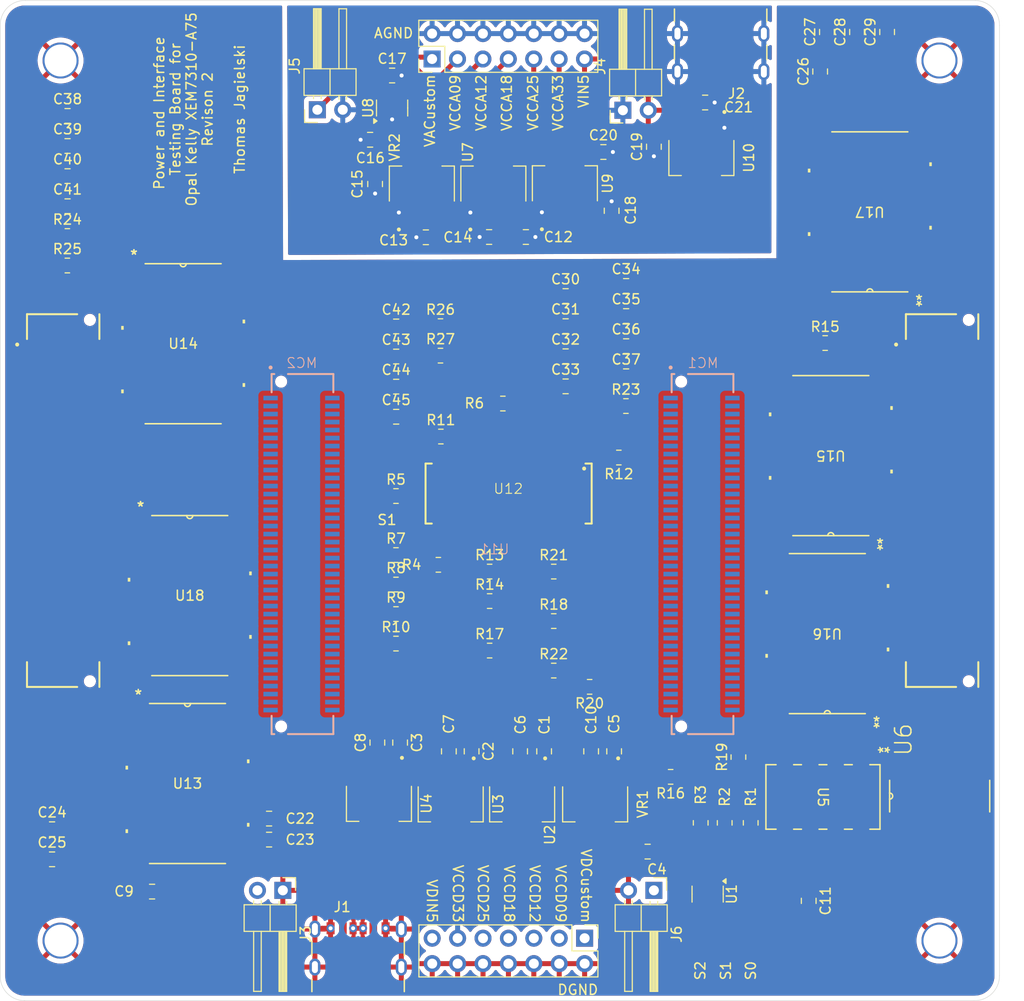
<source format=kicad_pcb>
(kicad_pcb (version 20240108) (generator "pcbnew") (generator_version "8.0")
  (layers (0 "F.Cu" signal) (1 "In1.Cu" signal) (2 "In2.Cu" signal) (3 "In3.Cu" signal) (4 "In4.Cu" signal) (31 "B.Cu" signal) (34 "B.Paste" user) (35 "F.Paste" user) (36 "B.SilkS" user "B.Silkscreen") (37 "F.SilkS" user "F.Silkscreen") (38 "B.Mask" user) (39 "F.Mask" user) (44 "Edge.Cuts" user))
  (net 0 "")
  (net 1 "VCCD18")
  (net 2 "VCCD25")
  (net 3 "VCCD33")
  (net 4 "MC2_72")
  (net 5 "MC1_60")
  (net 6 "V_Level_Shift")
  (net 7 "VCCD09")
  (net 8 "VCCD12")
  (net 9 "FPGA_TDO")
  (net 10 "MC2_20")
  (net 11 "MC2_16")
  (net 12 "MC2_15_PIN")
  (net 13 "FPGA_33VDD")
  (net 14 "MC2_19_PIN")
  (net 15 "MC2_12")
  (net 16 "MC2_10_PIN")
  (net 17 "FPGA_TCK")
  (net 18 "MC2_21_PIN")
  (net 19 "SYS_CLK_MC2")
  (net 20 "MC2_29_PIN")
  (net 21 "SYS_CLK_MC1")
  (net 22 "MC2_31_PIN")
  (net 23 "MC2_17_PIN")
  (net 24 "MC2_24")
  (net 25 "MC2_33_PIN")
  (net 26 "MC2_23_PIN")
  (net 27 "FPGA_TMS")
  (net 28 "MC2_30")
  (net 29 "MC1_45")
  (net 30 "MC2_26")
  (net 31 "MC2_37")
  (net 32 "MC1_49")
  (net 33 "MC2_50")
  (net 34 "MC2_32")
  (net 35 "MC1_50")
  (net 36 "FPGA_TDI")
  (net 37 "MC2_75")
  (net 38 "MC2_70")
  (net 39 "MC2_64")
  (net 40 "MC1_16")
  (net 41 "MC1_24")
  (net 42 "AVIN5")
  (net 43 "MC2_27_PIN")
  (net 44 "MC1_28")
  (net 45 "MC2_37_PIN")
  (net 46 "MC1_42")
  (net 47 "MC2_18")
  (net 48 "VCCBATT")
  (net 49 "MC2_39_PIN")
  (net 50 "VCCA18")
  (net 51 "VCCA12")
  (net 52 "MC2_25_PIN")
  (net 53 "MC2_22")
  (net 54 "MC2_43_PIN")
  (net 55 "MC2_41_PIN")
  (net 56 "MC2_45_PIN")
  (net 57 "MC2_63_PIN")
  (net 58 "MC2_72_PIN")
  (net 59 "MC2_31")
  (net 60 "MC1_25")
  (net 61 "MC1_44")
  (net 62 "MC1_21")
  (net 63 "MC2_54")
  (net 64 "MC2_59")
  (net 65 "MC2_17")
  (net 66 "MC2_67")
  (net 67 "MC1_51")
  (net 68 "MC2_15")
  (net 69 "MC2_39")
  (net 70 "MC2_77")
  (net 71 "MC2_69_PIN")
  (net 72 "MC2_46_PIN")
  (net 73 "/digital_power_converters/S1")
  (net 74 "/digital_power_converters/S0")
  (net 75 "MC2_10")
  (net 76 "/digital_power_converters/S2")
  (net 77 "MC2_57_PIN")
  (net 78 "MC2_54_PIN")
  (net 79 "VCCA09")
  (net 80 "MC2_73_PIN")
  (net 81 "MC2_60_PIN")
  (net 82 "MC2_59_PIN")
  (net 83 "MC2_64_PIN")
  (net 84 "MC2_77_PIN")
  (net 85 "MC2_71_PIN")
  (net 86 "MC2_53_PIN")
  (net 87 "MC2_47_PIN")
  (net 88 "MC1_67")
  (net 89 "MC2_28")
  (net 90 "MC1_22")
  (net 91 "MC2_44")
  (net 92 "MC2_79_PIN")
  (net 93 "MC2_41")
  (net 94 "MC2_66")
  (net 95 "MC1_53")
  (net 96 "MC2_66_PIN")
  (net 97 "MC1_23")
  (net 98 "MC1_72")
  (net 99 "MC1_40")
  (net 100 "MC1_39")
  (net 101 "MC2_76_PIN")
  (net 102 "MC2_65_PIN")
  (net 103 "MC2_68_PIN")
  (net 104 "MC2_70_PIN")
  (net 105 "MC2_45")
  (net 106 "MC2_49")
  (net 107 "MC2_58_PIN")
  (net 108 "MC2_74")
  (net 109 "MC1_48")
  (net 110 "MC2_48_PIN")
  (net 111 "MC1_54")
  (net 112 "MC2_23")
  (net 113 "MC1_64")
  (net 114 "MC2_50_PIN")
  (net 115 "MC2_40")
  (net 116 "MC2_44_PIN")
  (net 117 "MC1_63")
  (net 118 "MC2_51")
  (net 119 "MC2_61_PIN")
  (net 120 "MC1_74")
  (net 121 "MC1_43")
  (net 122 "MC1_30")
  (net 123 "MC2_60")
  (net 124 "MC1_31")
  (net 125 "MC2_74_PIN")
  (net 126 "MC2_52_PIN")
  (net 127 "MC2_25")
  (net 128 "MC2_27")
  (net 129 "MC1_37")
  (net 130 "MC2_33")
  (net 131 "MC2_69")
  (net 132 "MC2_63")
  (net 133 "MC2_62_PIN")
  (net 134 "MC1_20")
  (net 135 "MC2_51_PIN")
  (net 136 "MC1_70")
  (net 137 "MC2_67_PIN")
  (net 138 "MC2_43")
  (net 139 "MC2_34")
  (net 140 "MC1_68")
  (net 141 "MC2_48")
  (net 142 "MC2_38")
  (net 143 "MC1_59")
  (net 144 "MC1_27")
  (net 145 "MC1_61")
  (net 146 "MC2_62")
  (net 147 "MC2_29")
  (net 148 "MC1_57")
  (net 149 "MC2_19")
  (net 150 "MC2_61")
  (net 151 "MC2_68")
  (net 152 "MC1_38")
  (net 153 "MC1_65")
  (net 154 "MC2_49_PIN")
  (net 155 "MC1_33")
  (net 156 "MC2_75_PIN")
  (net 157 "MC1_17")
  (net 158 "MC2_58")
  (net 159 "MC1_21_PIN")
  (net 160 "MC2_47")
  (net 161 "MC1_46")
  (net 162 "MC1_19")
  (net 163 "MC1_32")
  (net 164 "MC1_58")
  (net 165 "MC1_76")
  (net 166 "FPGA_VCDIN")
  (net 167 "MC2_52")
  (net 168 "MC1_66")
  (net 169 "MC1_47")
  (net 170 "MC1_71")
  (net 171 "MC1_22_PIN")
  (net 172 "MC1_17_PIN")
  (net 173 "MC1_34_PIN")
  (net 174 "MC1_30_PIN")
  (net 175 "MC1_16_PIN")
  (net 176 "XADC_VP")
  (net 177 "MC1_27_PIN")
  (net 178 "VCCA25")
  (net 179 "MC1_24_PIN")
  (net 180 "MC1_38_PIN")
  (net 181 "MC1_26_PIN")
  (net 182 "MC1_28_PIN")
  (net 183 "MC1_40_PIN")
  (net 184 "FPGA_10VDD")
  (net 185 "MC1_31_PIN")
  (net 186 "MC1_18_PIN")
  (net 187 "MC1_33_PIN")
  (net 188 "MC1_39_PIN")
  (net 189 "MC1_15_PIN")
  (net 190 "MC1_25_PIN")
  (net 191 "FPGA_18VDD")
  (net 192 "MC1_37_PIN")
  (net 193 "MC1_29_PIN")
  (net 194 "MC1_23_PIN")
  (net 195 "MC2_57")
  (net 196 "MC1_52")
  (net 197 "MC2_71")
  (net 198 "MC2_79")
  (net 199 "MC1_69")
  (net 200 "MC2_76")
  (net 201 "MC2_73")
  (net 202 "MC1_26")
  (net 203 "MC1_15")
  (net 204 "MC2_46")
  (net 205 "MC1_62")
  (net 206 "MC2_65")
  (net 207 "MC1_41")
  (net 208 "MC1_29")
  (net 209 "MC2_42")
  (net 210 "MC2_53")
  (net 211 "MC1_19_PIN")
  (net 212 "XADC_VN")
  (net 213 "MC1_20_PIN")
  (net 214 "MC1_32_PIN")
  (net 215 "MC1_51_PIN")
  (net 216 "MC1_64_PIN")
  (net 217 "MC1_46_PIN")
  (net 218 "VCCA33")
  (net 219 "MC1_18")
  (net 220 "MC1_34")
  (net 221 "MC2_21")
  (net 222 "MC1_49_PIN")
  (net 223 "MC1_48_PIN")
  (net 224 "VCCACUSTOM")
  (net 225 "MC1_76_PIN")
  (net 226 "MC1_53_PIN")
  (net 227 "MC1_45_PIN")
  (net 228 "MC1_62_PIN")
  (net 229 "VDCustom")
  (net 230 "DGND")
  (net 231 "DVIN5")
  (net 232 "MC1_60_PIN")
  (net 233 "MC1_41_PIN")
  (net 234 "MC1_74_PIN")
  (net 235 "MC1_52_PIN")
  (net 236 "MC1_54_PIN")
  (net 237 "MC1_68_PIN")
  (net 238 "MC1_50_PIN")
  (net 239 "MC1_72_PIN")
  (net 240 "MC1_42_PIN")
  (net 241 "MC1_58_PIN")
  (net 242 "MC1_77")
  (net 243 "MC1_47_PIN")
  (net 244 "MC1_79")
  (net 245 "MC1_75")
  (net 246 "MC1_66_PIN")
  (net 247 "MC1_44_PIN")
  (net 248 "MC1_73")
  (net 249 "MC1_43_PIN")
  (net 250 "MC1_70_PIN")
  (net 251 "/level_shifters/LS7_DIR1")
  (net 252 "/level_shifters/LS7_DIR2")
  (net 253 "/level_shifters/LS8_DIR1")
  (net 254 "/level_shifters/LS8_DIR2")
  (net 255 "/level_shifters/LS9_DIR1")
  (net 256 "/level_shifters/LS9_DIR2")
  (net 257 "/level_shifters/LS10_DIR1")
  (net 258 "/level_shifters/LS10_DIR2")
  (net 259 "/level_shifters/LS11_DIR1")
  (net 260 "/level_shifters/LS11_DIR2")
  (net 261 "/level_shifters/LS12_DIR1")
  (net 262 "/level_shifters/LS12_DIR2")
  (net 263 "AGND")
  (net 264 "Net-(U13-*1OE)")
  (net 265 "Net-(U13-*2OE)")
  (net 266 "Net-(U14-*1OE)")
  (net 267 "Net-(U14-*2OE)")
  (net 268 "Net-(U15-*1OE)")
  (net 269 "Net-(U15-*2OE)")
  (net 270 "Net-(U16-*1OE)")
  (net 271 "Net-(U16-*2OE)")
  (net 272 "Net-(U17-*1OE)")
  (net 273 "Net-(U17-*2OE)")
  (net 274 "Net-(U18-*1OE)")
  (net 275 "Net-(U18-*2OE)")
  (footprint "avlsi:DL48" (layer "F.Cu") (at 183.16725 70.9075 180)
    (property "Reference" "U15")
    (property "Value" "SN74LVC16T245DLR")
  )
  (footprint "Capacitor_SMD:C_0805_2012Metric" (layer "F.Cu") (at 164.85 110.5)
    (property "Reference" "C4")
    (property "Value" "1u")
  )
  (footprint "Resistor_SMD:R_0805_2012Metric" (layer "F.Cu") (at 144.1375 57.96)
    (property "Reference" "R26")
    (property "Value" "10k")
  )
  (footprint "Capacitor_SMD:C_0805_2012Metric" (layer "F.Cu") (at 161.25 46.425 90)
    (property "Reference" "C18")
    (property "Value" "1u")
  )
  (footprint "avlsi:SOT230P700X180-4N" (layer "F.Cu") (at 145.158334 105.775 -90)
    (property "Reference" "U3")
    (property "Value" "TLV1117LV25DCYR")
  )
  (footprint "Capacitor_SMD:C_0805_2012Metric" (layer "F.Cu") (at 139.7075 57.99)
    (property "Reference" "C42")
    (property "Value" "1u")
  )
  (footprint "Capacitor_SMD:C_0805_2012Metric" (layer "F.Cu") (at 139.7075 61)
    (property "Reference" "C43")
    (property "Value" "0.1u")
  )
  (footprint "Capacitor_SMD:C_0805_2012Metric" (layer "F.Cu") (at 185.785 28.55 90)
    (property "Reference" "C28")
    (property "Value" "1u")
  )
  (footprint "Resistor_SMD:R_0805_2012Metric" (layer "F.Cu") (at 144.175 69)
    (property "Reference" "R11")
    (property "Value" "4.7k")
  )
  (footprint "Connector_PinHeader_2.54mm:PinHeader_1x02_P2.54mm_Horizontal" (layer "F.Cu") (at 165.475 114.375 -90)
    (property "Reference" "J6")
    (property "Value" "Conn_01x02_Pin")
  )
  (footprint "Capacitor_SMD:C_0805_2012Metric" (layer "F.Cu") (at 180.955 115.4257 -90)
    (property "Reference" "C11")
    (property "Value" "1u")
  )
  (footprint "avlsi:VREG_TLV1117LV12DCYR" (layer "F.Cu") (at 142.275 43.7 90)
    (property "Reference" "VR2")
    (property "Value" "TLV1117LV12DCYR")
  )
  (footprint "Capacitor_SMD:C_0805_2012Metric" (layer "F.Cu") (at 106.85 45.97)
    (property "Reference" "C41")
    (property "Value" "0.1u")
  )
  (footprint "Capacitor_SMD:C_0805_2012Metric" (layer "F.Cu") (at 162.7 56.95)
    (property "Reference" "C35")
    (property "Value" "0.1u")
  )
  (footprint "Resistor_SMD:R_0805_2012Metric" (layer "F.Cu") (at 150.375 65.7)
    (property "Reference" "R6")
    (property "Value" "4.7k")
  )
  (footprint "Capacitor_SMD:C_0805_2012Metric" (layer "F.Cu") (at 154.5 100.475 -90)
    (property "Reference" "C1")
    (property "Value" "1u")
  )
  (footprint "avlsi_preferred_parts:416131160812" (layer "F.Cu") (at 150.95 74.7 180)
    (property "Reference" "S1")
    (property "Value" "416131160812")
  )
  (footprint "Resistor_SMD:R_0805_2012Metric" (layer "F.Cu") (at 139.6875 89.7)
    (property "Reference" "R10")
    (property "Value" "4.7k")
  )
  (footprint "Resistor_SMD:R_0805_2012Metric" (layer "F.Cu") (at 155.4625 82.5)
    (property "Reference" "R21")
    (property "Value" "10k")
  )
  (footprint "Capacitor_SMD:C_0805_2012Metric" (layer "F.Cu") (at 105.3 111.27)
    (property "Reference" "C25")
    (property "Value" "0.1u")
  )
  (footprint "Capacitor_SMD:C_0805_2012Metric" (layer "F.Cu") (at 106.85 39.95)
    (property "Reference" "C39")
    (property "Value" "0.1u")
  )
  (footprint "Capacitor_SMD:C_0805_2012Metric" (layer "F.Cu") (at 156.65 63.98)
    (property "Reference" "C33")
    (property "Value" "0.1u")
  )
  (footprint "Capacitor_SMD:C_0805_2012Metric" (layer "F.Cu") (at 142.675 49.075 180)
    (property "Reference" "C13")
    (property "Value" "1u")
  )
  (footprint "Capacitor_SMD:C_0805_2012Metric" (layer "F.Cu") (at 170.6 35.6)
    (property "Reference" "C21")
    (property "Value" "1u")
  )
  (footprint "Resistor_SMD:R_0805_2012Metric" (layer "F.Cu") (at 175.155 107.6257 -90)
    (property "Reference" "R1")
    (property "Value" "4.7k")
  )
  (footprint "Resistor_SMD:R_0805_2012Metric" (layer "F.Cu") (at 139.6875 83.8)
    (property "Reference" "R8")
    (property "Value" "4.7k")
  )
  (footprint "Capacitor_SMD:C_0805_2012Metric" (layer "F.Cu") (at 160.425 40.55)
    (property "Reference" "C20")
    (property "Value" "1u")
  )
  (footprint "Capacitor_SMD:C_0805_2012Metric" (layer "F.Cu") (at 162.7 53.94)
    (property "Reference" "C34")
    (property "Value" "1u")
  )
  (footprint "Resistor_SMD:R_0805_2012Metric" (layer "F.Cu") (at 155.4625 92.4)
    (property "Reference" "R22")
    (property "Value" "10k")
  )
  (footprint "Resistor_SMD:R_0805_2012Metric" (layer "F.Cu") (at 149.0525 85.45)
    (property "Reference" "R14")
    (property "Value" "4.7k")
  )
  (footprint "Resistor_SMD:R_0805_2012Metric" (layer "F.Cu") (at 139.6875 74.95)
    (property "Reference" "R5")
    (property "Value" "4.7k")
  )
  (footprint "Resistor_SMD:R_0805_2012Metric" (layer "F.Cu") (at 144.1375 60.91)
    (property "Reference" "R27")
    (property "Value" "10k")
  )
  (footprint "Capacitor_SMD:C_0805_2012Metric" (layer "F.Cu") (at 137.1 39.325 180)
    (property "Reference" "C16")
    (property "Value" "1u")
  )
  (footprint "Capacitor_SMD:C_0805_2012Metric" (layer "F.Cu") (at 159.2 100.475 90)
    (property "Reference" "C10")
    (property "Value" "1u")
  )
  (footprint "Capacitor_SMD:C_0805_2012Metric" (layer "F.Cu") (at 156.65 54.95)
    (property "Reference" "C30")
    (property "Value" "1u")
  )
  (footprint "Resistor_SMD:R_0805_2012Metric" (layer "F.Cu") (at 106.83 51.9)
    (property "Reference" "R25")
    (property "Value" "10k")
  )
  (footprint "Capacitor_SMD:C_0805_2012Metric" (layer "F.Cu") (at 162.7 62.97)
    (property "Reference" "C37")
    (property "Value" "0.1u")
  )
  (footprint "Capacitor_SMD:C_0805_2012Metric" (layer "F.Cu") (at 182.775 28.55 90)
    (property "Reference" "C27")
    (property "Value" "0.1u")
  )
  (footprint "Resistor_SMD:R_0805_2012Metric" (layer "F.Cu") (at 167.15 103.025 180)
    (property "Reference" "R16")
    (property "Value" "10k")
  )
  (footprint "Capacitor_SMD:C_0805_2012Metric" (layer "F.Cu") (at 139.3 32.9)
    (property "Reference" "C17")
    (property "Value" "1u")
  )
  (footprint "Resistor_SMD:R_0805_2012Metric" (layer "F.Cu") (at 173.925 101.05 90)
    (property "Reference" "R19")
    (property "Value" "10k")
  )
  (footprint "Connector_PinHeader_2.54mm:PinHeader_1x02_P2.54mm_Horizontal" (layer "F.Cu") (at 128.375 114.375 -90)
    (property "Reference" "J3")
    (property "Value" "Conn_01x02_Pin")
  )
  (footprint "Resistor_SMD:R_0805_2012Metric" (layer "F.Cu") (at 159.05 94.025 180)
    (property "Reference" "R20")
    (property "Value" "10k")
  )
  (footprint "Capacitor_SMD:C_0805_2012Metric" (layer "F.Cu") (at 115.3 114.5)
    (property "Reference" "C9")
    (property "Value" "1u")
  )
  (footprint "Capacitor_SMD:C_0805_2012Metric" (layer "F.Cu") (at 137.6 43.75 -90)
    (property "Reference" "C15")
    (property "Value" "1u")
  )
  (footprint "avlsi_preferred_parts:MOLEX_2171750001" (layer "F.Cu") (at 135.9 124.645)
    (property "Reference" "J1")
    (property "Value" "2171750001")
  )
  (footprint "Capacitor_SMD:C_0805_2012Metric" (layer "F.Cu") (at 182.1 32.5 90)
    (property "Reference" "C26")
    (property "Value" "1u")
  )
  (footprint "Resistor_SMD:R_0805_2012Metric" (layer "F.Cu") (at 149.0525 90.4)
    (property "Reference" "R17")
    (property "Value" "10k")
  )
  (footprint "Package_TO_SOT_SMD:SOT-23-5" (layer "F.Cu") (at 170.85 114.75 -90)
    (property "Reference" "U1")
    (property "Value" "TLV75709PDBV")
  )
  (footprint "Capacitor_SMD:C_0805_2012Metric" (layer "F.Cu") (at 106.85 42.96)
    (property "Reference" "C40")
    (property "Value" "1u")
  )
  (footprint "Capacitor_SMD:C_0805_2012Metric" (layer "F.Cu") (at 156.65 57.96)
    (property "Reference" "C31")
    (property "Value" "0.1u")
  )
  (footprint "Capacitor_SMD:C_0805_2012Metric" (layer "F.Cu") (at 147.25 100.475 -90)
    (property "Reference" "C2")
    (property "Value" "1u")
  )
  (footprint "avlsi:SOT230P700X180-4N" (layer "F.Cu") (at 152.3 105.775 -90)
    (property "Reference" "U2")
    (property "Value" "TLV1117LV18DCYR")
  )
  (footprint "avlsi:VREG_TLV1117LV33DCYR" (layer "F.Cu") (at 137.983334 105.725 -90)
    (property "Reference" "U4")
    (property "Value" "TLV1117LV33DCYR")
  )
  (footprint "Resistor_SMD:R_0805_2012Metric" (layer "F.Cu") (at 172.555 107.6257 -90)
    (property "Reference" "R2")
    (property "Value" "4.7k")
  )
  (footprint "Capacitor_SMD:C_0805_2012Metric" (layer "F.Cu") (at 137.825 99.6 90)
    (property "Reference" "C8")
    (property "Value" "1u")
  )
  (footprint "Resistor_SMD:R_0805_2012Metric" (layer "F.Cu") (at 170.155 107.6257 -90)
    (property "Reference" "R3")
    (property "Value" "4.7k")
  )
  (footprint "Resistor_SMD:R_0805_2012Metric" (layer "F.Cu") (at 149.0525 82.5)
    (property "Reference" "R13")
    (property "Value" "4.7k")
  )
  (footprint "Capacitor_SMD:C_0805_2012Metric" (layer "F.Cu") (at 149 49.05 180)
    (property "Reference" "C14")
    (property "Value" "1u")
  )
  (footprint "avlsi_preferred_parts:MOLEX_2171750001" (layer "F.Cu") (at 172.15 26.105 180)
    (property "Reference" "J2")
    (property "Value" "2171750001")
  )
  (footprint "avlsi:DL48" (layer "F.Cu") (at 187.06725 46.5325 180)
    (property "Reference" "U17")
    (property "Value" "SN74LVC16T245DLR")
  )
  (footprint "Capacitor_SMD:C_0805_2012Metric" (layer "F.Cu") (at 105.3 108.26)
    (property "Reference" "C24")
    (property "Value" "1u")
  )
  (footprint "Resistor_SMD:R_0805_2012Metric" (layer "F.Cu") (at 182.6 59.65 180)
    (property "Reference" "R15")
    (property "Value" "4.7k")
  )
  (footprint "Resistor_SMD:R_0805_2012Metric" (layer "F.Cu") (at 139.6875 80.85)
    (property "Reference" "R7")
    (property "Value" "4.7k")
  )
  (footprint "Capacitor_SMD:C_0805_2012Metric" (layer "F.Cu") (at 156.65 60.97)
    (property "Reference" "C32")
    (property "Value" "1u")
  )
  (footprint "Capacitor_SMD:C_0805_2012Metric" (layer "F.Cu") (at 188.795 28.55 90)
    (property "Reference" "C29")
    (property "Value" "0.1u")
  )
  (footprint "avlsi_preferred_parts:power_board" (layer "F.Cu") (at 150.92 74.72)
    (property "Reference" "U12")
    (property "Value" "~")
    (fp_line (start -50.8 48.18) (end -50.8 -46.82) (stroke (width 0.05)) (layer "Edge.Cuts"))
    (fp_line (start -48.430267 50.68063) (end 46.569733 50.68063) (stroke (width 0.05)) (layer "Edge.Cuts"))
    (fp_line (start -48.3 -49.32) (end 46.7 -49.32) (stroke (width 0.05)) (layer "Edge.Cuts"))
    (fp_line (start 49.110205 48.178591) (end 49.110205 -46.821409) (stroke (width 0.05)) (layer "Edge.Cuts"))
    (fp_arc (start -50.799999 -46.83018) (mid -50.079175 -48.606281) (end -48.300207 -49.32) (stroke (width 0.05)) (layer "Edge.Cuts"))
    (fp_arc (start -48.340353 50.682925) (mid -50.100913 49.953022) (end -50.8 48.18) (stroke (width 0.05)) (layer "Edge.Cuts"))
    (fp_arc (start 46.7 -49.32) (mid 48.420882 -48.568238) (end 49.110205 -46.821409) (stroke (width 0.05)) (layer "Edge.Cuts"))
    (fp_arc (start 49.110205 48.178591) (mid 48.36731 49.965052) (end 46.569733 50.680629) (stroke (width 0.05)) (layer "Edge.Cuts"))
  )
  (footprint "Capacitor_SMD:C_0805_2012Metric" (layer "F.Cu") (at 161.5 100.475 -90)
    (property "Reference" "C5")
    (property "Value" "1u")
  )
  (footprint "Capacitor_SMD:C_0805_2012Metric" (layer "F.Cu") (at 162.7 59.96)
    (property "Reference" "C36")
    (property "Value" "1u")
  )
  (footprint "Capacitor_SMD:C_0805_2012Metric" (layer "F.Cu") (at 127 109.3)
    (property "Reference" "C23")
    (property "Value" "0.1u")
  )
  (footprint "avlsi:DL48" (layer "F.Cu") (at 182.81725 88.7025 180)
    (property "Reference" "U16")
    (property "Value" "SN74LVC16T245DLR")
  )
  (footprint "Resistor_SMD:R_0805_2012Metric" (layer "F.Cu") (at 155.4625 87.45)
    (property "Reference" "R18")
    (property "Value" "10k")
  )
  (footprint "avlsi:DL48" (layer "F.Cu") (at 118.40775 59.7175)
    (property "Reference" "U14")
    (property "Value" "SN74LVC16T245DLR")
  )
  (footprint "ds:DS04-254-2-04BK-SMT_CUD" (layer "F.Cu") (at 182.38 105.0349 -90)
    (property "Reference" "U5")
    (property "Value" "DS04-254-2-04BK-SMT")
  )
  (footprint "Capacitor_SMD:C_0805_2012Metric" (layer "F.Cu") (at 139.7075 64.01)
    (property "Reference" "C44")
    (property "Value" "1u")
  )
  (footprint "Resistor_SMD:R_0805_2012Metric" (layer "F.Cu") (at 162.68 65.95)
    (property "Reference" "R23")
    (property "Value" "10k")
  )
  (footprint "Capacitor_SMD:C_0805_2012Metric" (layer "F.Cu") (at 140.1 99.6 -90)
    (property "Reference" "C3")
    (property "Value" "1u")
  )
  (footprint "Capacitor_SMD:C_0805_2012Metric" (layer "F.Cu") (at 127 107.2)
    (property "Reference" "C22")
    (property "Value" "1u")
  )
  (footprint "avlsi:DL48" (layer "F.Cu") (at 118.84225 103.6925)
    (property "Reference" "U13")
    (property "Value" "SN74LVC16T245DLR")
  )
  (footprint "Capacitor_SMD:C_0805_2012Metric" (layer "F.Cu") (at 152.1 100.475 90)
    (property "Reference" "C6")
    (property "Value" "1u")
  )
  (footprint "Capacitor_SMD:C_0805_2012Metric" (layer "F.Cu") (at 144.975 100.475 90)
    (property "Reference" "C7")
    (property "Value" "1u")
  )
  (footprint "avlsi:VREG_TLV1117LV33DCYR" (layer "F.Cu") (at 170.225 41.15 -90)
    (property "Reference" "U10")
    (property "Value" "TLV1117LV33DCYR")
  )
  (footprint "Connector_PinHeader_2.54mm:PinHeader_1x02_P2.54mm_Horizontal" (layer "F.Cu") (at 131.825 36.325 90)
    (property "Reference" "J5")
    (property "Value" "Conn_01x02_Pin")
  )
  (footprint "Resistor_SMD:R_0805_2012Metric" (layer "F.Cu") (at 106.83 48.95)
    (property "Reference" "R24")
    (property "Value" "10k")
  )
  (footprint "Capacitor_SMD:C_0805_2012Metric" (layer "F.Cu") (at 165.475 40.025 -90)
    (property "Reference" "C19")
    (property "Value" "1u")
  )
  (footprint "Resistor_SMD:R_0805_2012Metric" (layer "F.Cu") (at 139.6875 86.75)
    (property "Reference" "R9")
    (property "Value" "4.7k")
  )
  (footprint "avlsi:DL48" (layer "F.Cu") (at 119.06725 84.9025)
    (property "Reference" "U18")
    (property "Value" "SN74LVC16T245DLR")
  )
  (footprint "Capacitor_SMD:C_0805_2012Metric" (layer "F.Cu") (at 106.85 36.94)
    (property "Reference" "C38")
    (property "Value" "1u")
  )
  (footprint "Resistor_SMD:R_0805_2012Metric" (layer "F.Cu") (at 143.925 81.825)
    (property "Reference" "R4")
    (property "Value" "4.7k")
  )
  (footprint "Capacitor_SMD:C_0805_2012Metric" (layer "F.Cu") (at 139.7075 67.02)
    (property "Reference" "C45")
    (property "Value" "0.1u")
  )
  (footprint "Package_TO_SOT_SMD:SOT-23-5" (layer "F.Cu") (at 139.3 36.15 90)
    (property "Reference" "U8")
    (property "Value" "TLV75709PDBV")
  )
  (footprint "avlsi:SOT230P700X180-4N" (layer "F.Cu") (at 149.425 43.7 90)
    (property "Reference" "U7")
    (property "Value" "TLV1117LV18DCYR")
  )
  (footprint "Resistor_SMD:R_0805_2012Metric" (layer "F.Cu") (at 161.9725 71.1 180)
    (property "Reference" "R12")
    (property "Value" "4.7k")
  )
  (footprint "avlsi:SOT230P700X180-4N" (layer "F.Cu") (at 156.575 43.675 90)
    (property "Reference" "U9")
    (property "Value" "TLV1117LV25DCYR")
  )
  (footprint "74HC4051D_653:SOIC127P600X175-16N" (layer "F.Cu") (at 194.05 104.95 90)
    (property "Reference" "U6")
    (property "Value" "74HC4051D_653")
  )
  (footprint "avlsi:VREG_TLV1117LV12DCYR" (layer "F.Cu") (at 159.6 105.775 -90)
    (property "Reference" "VR1")
    (property "Value" "TLV1117LV12DCYR")
  )
  (footprint "Capacitor_SMD:C_0805_2012Metric" (layer "F.Cu") (at 152.675 49.05)
    (property "Reference" "C12")
    (property "Value" "1u")
  )
  (footprint "Connector_PinHeader_2.54mm:PinHeader_1x02_P2.54mm_Horizontal" (layer "F.Cu") (at 162.375 36.375 90)
    (property "Reference" "J4")
    (property "Value" "Conn_01x02_Pin")
  )
  (footprint "avlsi:opal_kelly_XEM7310_header" (layer "B.Cu") (at 149.543315 80.77 180)
    (property "Reference" "U11")
    (property "Value" "~")
  )
  (gr_text "AGND" (at 137.4 29.25 0) (layer "F.SilkS") (effects (font (size 1 1)) (justify left bottom)))
  (gr_text "VCCA25" (at 153.975 38.55 90) (layer "F.SilkS") (effects (font (size 1 1)) (justify left bottom)))
  (gr_text "VCCD12" (at 152.975 111.725 270) (layer "F.SilkS") (effects (font (size 1 1)) (justify left bottom)))
  (gr_text "VCCD09" (at 155.575 111.725 270) (layer "F.SilkS") (effects (font (size 1 1)) (justify left bottom)))
  (gr_text "VCCD33" (at 145.3 111.725 270) (layer "F.SilkS") (effects (font (size 1 1)) (justify left bottom)))
  (gr_text "VCCD18" (at 150.425 111.725 270) (layer "F.SilkS") (effects (font (size 1 1)) (justify left bottom)))
  (gr_text "VCCD25" (at 147.8 111.725 270) (layer "F.SilkS") (effects (font (size 1 1)) (justify left bottom)))
  (gr_text "DGND" (at 155.75 124.9 0) (layer "F.SilkS") (effects (font (size 1 1)) (justify left bottom)))
  (gr_text "VCCA12" (at 148.8 38.55 90) (layer "F.SilkS") (effects (font (size 1 1)) (justify left bottom)))
  (gr_text "Power and Interface \nTesting Board for\nOpal Kelly XEM7310-A75\nRevison 2\n\nThomas Jagielski" (at 124.65 36.275 90) (layer "F.SilkS") (effects (font (size 1 1)) (justify bottom)))
  (gr_text "VIN5" (at 159.025 36.25 90) (layer "F.SilkS") (effects (font (size 1 1)) (justify left bottom)))
  (gr_text "VACustom" (at 143.66 40.15 90) (layer "F.SilkS") (effects (font (size 1 1)) (justify left bottom)))
  (gr_text "S1" (at 173.25 123.45 90) (layer "F.SilkS") (effects (font (size 1 1)) (justify left bottom)))
  (gr_text "VCCA33" (at 156.475 38.55 90) (layer "F.SilkS") (effects (font (size 1 1)) (justify left bottom)))
  (gr_text "VCCA09" (at 146.2 38.55 90) (layer "F.SilkS") (effects (font (size 1 1)) (justify left bottom)))
  (gr_text "VDIN5" (at 142.7 113.175 270) (layer "F.SilkS") (effects (font (size 1 1)) (justify left bottom)))
  (gr_text "S0" (at 175.75 123.45 90) (layer "F.SilkS") (effects (font (size 1 1)) (justify left bottom)))
  (gr_text "VCCA18" (at 151.35 38.55 90) (layer "F.SilkS") (effects (font (size 1 1)) (justify left bottom)))
  (gr_text "S2" (at 170.7 123.45 90) (layer "F.SilkS") (effects (font (size 1 1)) (justify left bottom)))
  (gr_text "VDCustom" (at 158.115 110.125 270) (layer "F.SilkS") (effects (font (size 1 1)) (justify left bottom)))
  (segment (start 149.425 32.745) (end 150.92 31.25) (width 0.5) (layer "F.Cu") (net 50))
  (segment (start 149.425 40.8) (end 149.425 32.745) (width 0.5) (layer "F.Cu") (net 50))
  (segment (start 149.95 47.125) (end 149.425 46.6) (width 0.5) (layer "F.Cu") (net 50))
  (segment (start 149.95 49.05) (end 149.95 47.125) (width 0.5) (layer "F.Cu") (net 50))
  (segment (start 142.275 40.8) (end 142.275 37.355) (width 0.5) (layer "F.Cu") (net 51))
  (segment (start 140.275 42.8) (end 142.275 40.8) (width 0.5) (layer "F.Cu") (net 51))
  (segment (start 142.275 37.355) (end 148.38 31.25) (width 0.5) (layer "F.Cu") (net 51))
  (segment (start 142.275 46.6) (end 142.275 40.8) (width 0.5) (layer "F.Cu") (net 51))
  (segment (start 137.6 42.8) (end 140.275 42.8) (width 0.5) (layer "F.Cu") (net 51))
  (segment (start 138.35 32.9) (end 139.505 31.745) (width 0.5) (layer "F.Cu") (net 79))
  (segment (start 142.45 32.925) (end 144.165 32.925) (width 0.5) (layer "F.Cu") (net 79))
  (segment (start 144.165 32.925) (end 145.84 31.25) (width 0.5) (layer "F.Cu") (net 79))
  (segment (start 138.35 35.0125) (end 138.35 32.9) (width 0.5) (layer "F.Cu") (net 79))
  (segment (start 139.505 31.745) (end 141.27 31.745) (width 0.5) (layer "F.Cu") (net 79))
  (segment (start 141.27 31.745) (end 142.45 32.925) (width 0.5) (layer "F.Cu") (net 79))
  (segment (start 153.46 31.25) (end 153.46 33.11) (width 0.5) (layer "F.Cu") (net 178))
  (segment (start 156.575 40.775) (end 159.25 40.775) (width 0.5) (layer "F.Cu") (net 178))
  (segment (start 156.575 36.225) (end 156.575 40.775) (width 0.5) (layer "F.Cu") (net 178))
  (segment (start 159.25 40.775) (end 159.475 40.55) (width 0.5) (layer "F.Cu") (net 178))
  (segment (start 156.575 46.575) (end 156.575 40.775) (width 0.5) (layer "F.Cu") (net 178))
  (segment (start 153.46 33.11) (end 156.575 36.225) (width 0.5) (layer "F.Cu") (net 178))
  (segment (start 156 33.193592) (end 166.856408 44.05) (width 0.5) (layer "F.Cu") (net 218))
  (segment (start 170.225 44.05) (end 170.225 38.25) (width 0.5) (layer "F.Cu") (net 218))
  (segment (start 166.856408 44.05) (end 170.225 44.05) (width 0.5) (layer "F.Cu") (net 218))
  (segment (start 170.225 36.175) (end 169.65 35.6) (width 0.5) (layer "F.Cu") (net 218))
  (segment (start 156 31.25) (end 156 33.193592) (width 0.5) (layer "F.Cu") (net 218))
  (segment (start 170.225 38.25) (end 170.225 36.175) (width 0.5) (layer "F.Cu") (net 218))
  (segment (start 143.115 31.065) (end 137.085 31.065) (width 0.5) (layer "F.Cu") (net 224))
  (segment (start 137.085 31.065) (end 131.825 36.325) (width 0.5) (layer "F.Cu") (net 224))
  (segment (start 143.3 31.25) (end 143.115 31.065) (width 0.5) (layer "F.Cu") (net 224))
  (via (at 133.15 118.165) (size 0.8) (drill 0.4) (layers "F.Cu" "B.Cu") (net 230))
  (via (at 138.65 118.165) (size 0.8) (drill 0.4) (layers "F.Cu" "B.Cu") (net 230))
  (via (at 135.4 118.165) (size 0.8) (drill 0.4) (layers "F.Cu" "B.Cu") (net 230))
  (via (at 136.4 118.165) (size 0.8) (drill 0.4) (layers "F.Cu" "B.Cu") (net 230))
  (segment (start 161.25 40.675) (end 161.375 40.55) (width 0.5) (layer "F.Cu") (net 263))
  (segment (start 172.525 38.25) (end 172.525 38.125) (width 0.5) (layer "F.Cu") (net 263))
  (via (at 148.05 49.05) (size 0.8) (drill 0.4) (layers "F.Cu" "B.Cu") (net 263))
  (via (at 141.725 49.075) (size 0.8) (drill 0.4) (layers "F.Cu" "B.Cu") (net 263))
  (via (at 171.55 35.6) (size 0.8) (drill 0.4) (layers "F.Cu" "B.Cu") (net 263))
  (via (at 140.25 32.9) (size 0.8) (drill 0.4) (layers "F.Cu" "B.Cu") (net 263))
  (via (at 154.275 46.575) (size 0.8) (drill 0.4) (layers "F.Cu" "B.Cu") (net 263))
  (via (at 137.6 44.7) (size 0.8) (drill 0.4) (layers "F.Cu" "B.Cu") (net 263))
  (via (at 172.525 38.125) (size 0.8) (drill 0.4) (layers "F.Cu" "B.Cu") (net 263))
  (via (at 136.15 39.325) (size 0.8) (drill 0.4) (layers "F.Cu" "B.Cu") (net 263))
  (via (at 139.3 37.2875) (size 0.8) (drill 0.4) (layers "F.Cu" "B.Cu") (net 263))
  (via (at 165.475 40.975) (size 0.8) (drill 0.4) (layers "F.Cu" "B.Cu") (net 263))
  (via (at 161.375 40.55) (size 0.8) (drill 0.4) (layers "F.Cu" "B.Cu") (net 263))
  (via (at 161.25 45.475) (size 0.8) (drill 0.4) (layers "F.Cu" "B.Cu") (net 263))
  (via (at 153.625 49.05) (size 0.8) (drill 0.4) (layers "F.Cu" "B.Cu") (net 263))
  (via (at 147.125 46.6) (size 0.8) (drill 0.4) (layers "F.Cu" "B.Cu") (net 263))
  (via (at 139.975 46.6) (size 0.8) (drill 0.4) (layers "F.Cu" "B.Cu") (net 263))
  (zone (net 230) (net_name "DGND") (layer "F.Cu") (priority 1) (connect_pads (clearance 0.5)) (min_thickness 0.25) (fill yes (thermal_gap 0.5) (thermal_bridge_width 0.5))
    (polygon (pts (xy 100.1 125.45) (xy 100.1 25.4) (xy 128.3 25.4) (xy 128.4 51.35) (xy 177.725 51.175) (xy 177.775 25.4) (xy 200.1 25.4) (xy 200.1 125.475)))
  )
  (zone (net 42) (net_name "AVIN5") (layer "F.Cu") (connect_pads (clearance 0.5)) (min_thickness 0.25) (fill yes (thermal_gap 0.5) (thermal_bridge_width 0.5))
    (polygon (pts (xy 128.75 25.45) (xy 128.7 50.85) (xy 177.45 50.725) (xy 177.5 25.4)))
  )
  (zone (net 3) (net_name "VCCD33") (layer "B.Cu") (priority 1) (connect_pads (clearance 0.5)) (min_thickness 0.25) (fill yes (thermal_gap 0.5) (thermal_bridge_width 0.5))
    (polygon (pts (xy 100.1 125.45) (xy 100.1 25.4) (xy 128.3 25.4) (xy 128.4 51.35) (xy 177.725 51.175) (xy 177.775 25.35) (xy 200.1 25.4) (xy 200.1 125.475)))
  )
  (zone (net 263) (net_name "AGND") (layer "B.Cu") (connect_pads (clearance 0.5)) (min_thickness 0.25) (fill yes (thermal_gap 0.5) (thermal_bridge_width 0.5))
    (polygon (pts (xy 128.75 25.5) (xy 128.7 50.85) (xy 177.45 50.725) (xy 177.5 25.4)))
  )
)
</source>
